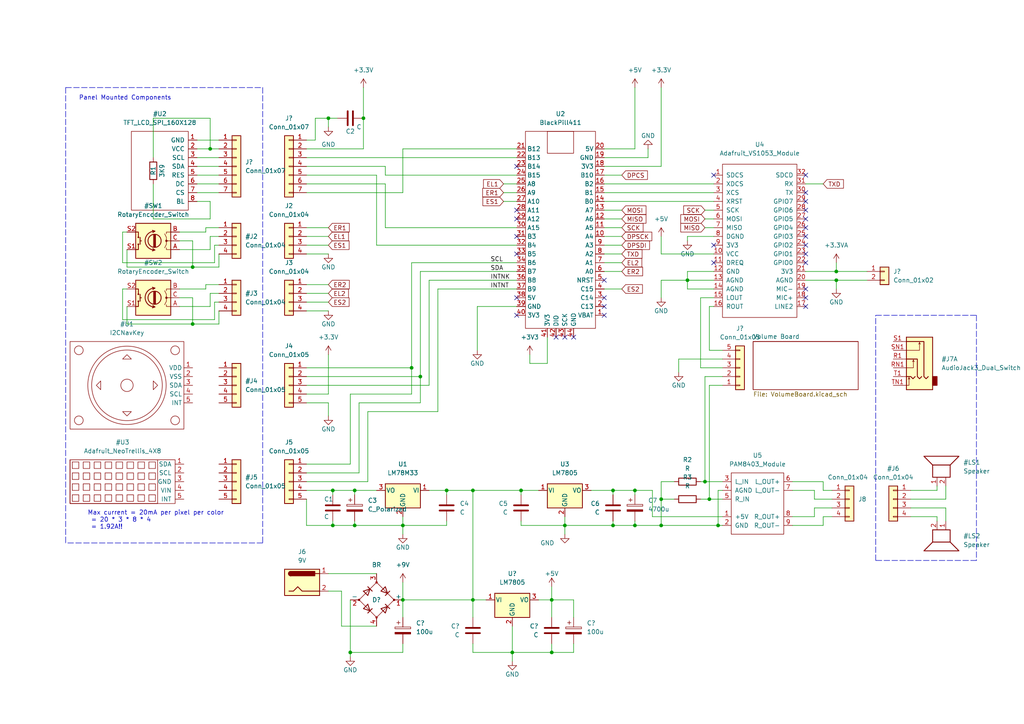
<source format=kicad_sch>
(kicad_sch (version 20211123) (generator eeschema)
  (paper "A4")
  (lib_symbols
    (symbol "Connector:AudioJack3_Dual_Switch"
      (property "Reference" "J" (at 0 11.43 0))
      (property "Value" "AudioJack3_Dual_Switch" (at 0 8.89 0))
      (symbol "AudioJack3_Dual_Switch_1_1"
        (pin passive line (at 5.08 0 180) (length 2.54) (name "~") (number "R1"))
        (pin passive line (at 5.08 -2.54 180) (length 2.54) (name "~") (number "RN1"))
        (pin passive line (at 5.08 5.08 180) (length 2.54) (name "~") (number "S1"))
        (pin passive line (at 5.08 2.54 180) (length 2.54) (name "~") (number "SN1"))
        (pin passive line (at 5.08 -5.08 180) (length 2.54) (name "~") (number "T1"))
        (pin passive line (at 5.08 -7.62 180) (length 2.54) (name "~") (number "TN1"))
      )
      (symbol "AudioJack3_Dual_Switch_2_1"
        (pin passive line (at 5.08 0 180) (length 2.54) (name "~") (number "R2"))
        (pin passive line (at 5.08 -2.54 180) (length 2.54) (name "~") (number "RN2"))
        (pin passive line (at 5.08 5.08 180) (length 2.54) (name "~") (number "S2"))
        (pin passive line (at 5.08 2.54 180) (length 2.54) (name "~") (number "SN2"))
        (pin passive line (at 5.08 -5.08 180) (length 2.54) (name "~") (number "T2"))
        (pin passive line (at 5.08 -7.62 180) (length 2.54) (name "~") (number "TN2"))
      )
    )
    (symbol "Connector:Barrel_Jack" (pin_names (offset 1.016))
      (property "Reference" "J" (at 0 5.334 0))
      (property "Value" "Barrel_Jack" (at 0 -5.08 0))
      (symbol "Barrel_Jack_1_1"
        (pin passive line (at 7.62 2.54 180) (length 2.54) (name "~") (number "1"))
        (pin passive line (at 7.62 -2.54 180) (length 2.54) (name "~") (number "2"))
      )
    )
    (symbol "Connector_Generic:Conn_01x02" (pin_names (offset 1.016) hide)
      (property "Reference" "J" (at 0 2.54 0))
      (property "Value" "Conn_01x02" (at 0 -5.08 0))
      (symbol "Conn_01x02_1_1"
        (pin passive line (at -5.08 0 0) (length 3.81) (name "Pin_1") (number "1"))
        (pin passive line (at -5.08 -2.54 0) (length 3.81) (name "Pin_2") (number "2"))
      )
    )
    (symbol "Connector_Generic:Conn_01x04" (pin_names (offset 1.016) hide)
      (property "Reference" "J" (at 0 5.08 0))
      (property "Value" "Conn_01x04" (at 0 -7.62 0))
      (symbol "Conn_01x04_1_1"
        (pin passive line (at -5.08 2.54 0) (length 3.81) (name "Pin_1") (number "1"))
        (pin passive line (at -5.08 0 0) (length 3.81) (name "Pin_2") (number "2"))
        (pin passive line (at -5.08 -2.54 0) (length 3.81) (name "Pin_3") (number "3"))
        (pin passive line (at -5.08 -5.08 0) (length 3.81) (name "Pin_4") (number "4"))
      )
    )
    (symbol "Connector_Generic:Conn_01x05" (pin_names (offset 1.016) hide)
      (property "Reference" "J" (at 0 7.62 0))
      (property "Value" "Conn_01x05" (at 0 -7.62 0))
      (symbol "Conn_01x05_1_1"
        (pin passive line (at -5.08 5.08 0) (length 3.81) (name "Pin_1") (number "1"))
        (pin passive line (at -5.08 2.54 0) (length 3.81) (name "Pin_2") (number "2"))
        (pin passive line (at -5.08 0 0) (length 3.81) (name "Pin_3") (number "3"))
        (pin passive line (at -5.08 -2.54 0) (length 3.81) (name "Pin_4") (number "4"))
        (pin passive line (at -5.08 -5.08 0) (length 3.81) (name "Pin_5") (number "5"))
      )
    )
    (symbol "Connector_Generic:Conn_01x07" (pin_names (offset 1.016) hide)
      (property "Reference" "J" (at 0 10.16 0))
      (property "Value" "Conn_01x07" (at 0 -10.16 0))
      (symbol "Conn_01x07_1_1"
        (pin passive line (at -5.08 7.62 0) (length 3.81) (name "Pin_1") (number "1"))
        (pin passive line (at -5.08 5.08 0) (length 3.81) (name "Pin_2") (number "2"))
        (pin passive line (at -5.08 2.54 0) (length 3.81) (name "Pin_3") (number "3"))
        (pin passive line (at -5.08 0 0) (length 3.81) (name "Pin_4") (number "4"))
        (pin passive line (at -5.08 -2.54 0) (length 3.81) (name "Pin_5") (number "5"))
        (pin passive line (at -5.08 -5.08 0) (length 3.81) (name "Pin_6") (number "6"))
        (pin passive line (at -5.08 -7.62 0) (length 3.81) (name "Pin_7") (number "7"))
      )
    )
    (symbol "Device:C" (pin_numbers hide) (pin_names (offset 0.254))
      (property "Reference" "C" (at 0.635 2.54 0))
      (property "Value" "C" (at 0.635 -2.54 0))
      (symbol "C_1_1"
        (pin passive line (at 0 3.81 270) (length 2.794) (name "~") (number "1"))
        (pin passive line (at 0 -3.81 90) (length 2.794) (name "~") (number "2"))
      )
    )
    (symbol "Device:C_Polarized" (pin_numbers hide) (pin_names (offset 0.254))
      (property "Reference" "C" (at 0.635 2.54 0))
      (property "Value" "C_Polarized" (at 0.635 -2.54 0))
      (symbol "C_Polarized_1_1"
        (pin passive line (at 0 3.81 270) (length 2.794) (name "~") (number "1"))
        (pin passive line (at 0 -3.81 90) (length 2.794) (name "~") (number "2"))
      )
    )
    (symbol "Device:D_Bridge_+-AA" (pin_names (offset 0))
      (property "Reference" "D" (at 2.54 6.985 0))
      (property "Value" "D_Bridge_+-AA" (at 2.54 5.08 0))
      (symbol "D_Bridge_+-AA_1_1"
        (pin passive line (at 7.62 0 180) (length 2.54) (name "+") (number "1"))
        (pin passive line (at -7.62 0 0) (length 2.54) (name "-") (number "2"))
        (pin passive line (at 0 7.62 270) (length 2.54) (name "~") (number "3"))
        (pin passive line (at 0 -7.62 90) (length 2.54) (name "~") (number "4"))
      )
    )
    (symbol "Device:R" (pin_numbers hide) (pin_names (offset 0))
      (property "Reference" "R" (at 2.032 0 90))
      (property "Value" "R" (at 0 0 90))
      (symbol "R_1_1"
        (pin passive line (at 0 3.81 270) (length 1.27) (name "~") (number "1"))
        (pin passive line (at 0 -3.81 90) (length 1.27) (name "~") (number "2"))
      )
    )
    (symbol "Device:RotaryEncoder_Switch" (pin_names (offset 0.254) hide)
      (property "Reference" "SW" (at 0 6.604 0))
      (property "Value" "RotaryEncoder_Switch" (at 0 -6.604 0))
      (symbol "RotaryEncoder_Switch_1_1"
        (pin passive line (at -7.62 2.54 0) (length 2.54) (name "A") (number "A"))
        (pin passive line (at -7.62 -2.54 0) (length 2.54) (name "B") (number "B"))
        (pin passive line (at -7.62 0 0) (length 2.54) (name "C") (number "C"))
        (pin passive line (at 7.62 2.54 180) (length 2.54) (name "S1") (number "S1"))
        (pin passive line (at 7.62 -2.54 180) (length 2.54) (name "S2") (number "S2"))
      )
    )
    (symbol "Device:Speaker" (pin_names (offset 0) hide)
      (property "Reference" "LS" (at 1.27 5.715 0))
      (property "Value" "Speaker" (at 1.27 3.81 0))
      (symbol "Speaker_1_1"
        (pin input line (at -5.08 0 0) (length 2.54) (name "1") (number "1"))
        (pin input line (at -5.08 -2.54 0) (length 2.54) (name "2") (number "2"))
      )
    )
    (symbol "Regulator_Linear:LM7805_TO220" (pin_names (offset 0.254))
      (property "Reference" "U" (at -3.81 3.175 0))
      (property "Value" "LM7805_TO220" (at 0 3.175 0))
      (symbol "LM7805_TO220_1_1"
        (pin power_in line (at -7.62 0 0) (length 2.54) (name "VI") (number "1"))
        (pin power_in line (at 0 -7.62 90) (length 2.54) (name "GND") (number "2"))
        (pin power_out line (at 7.62 0 180) (length 2.54) (name "VO") (number "3"))
      )
    )
    (symbol "UKMaker:Adafruit_NeoTrellis_4X8" (pin_names (offset 1.016))
      (property "Reference" "U" (at 0.635 10.16 0))
      (property "Value" "Adafruit_NeoTrellis_4X8" (at 1.27 7.62 0))
      (symbol "Adafruit_NeoTrellis_4X8_1_1"
        (pin input line (at -10.16 5.08 0) (length 2.54) (name "SDA") (number "1"))
        (pin input line (at -10.16 2.54 0) (length 2.54) (name "SCL") (number "2"))
        (pin power_in line (at -10.16 0 0) (length 2.54) (name "GND") (number "3"))
        (pin power_in line (at -10.16 -2.54 0) (length 2.54) (name "VIN") (number "4"))
        (pin output line (at -10.16 -5.08 0) (length 2.54) (name "INT") (number "5"))
      )
    )
    (symbol "UKMaker:Adafruit_VS1053_Module" (pin_names (offset 1.016))
      (property "Reference" "U" (at -0.635 0 0))
      (property "Value" "Adafruit_VS1053_Module" (at 0 24.13 0))
      (symbol "Adafruit_VS1053_Module_1_1"
        (pin input line (at 12.7 -19.05 180) (length 2.54) (name "SDCS") (number "1"))
        (pin power_in line (at 12.7 3.81 180) (length 2.54) (name "VCC") (number "10"))
        (pin output line (at 12.7 6.35 180) (length 2.54) (name "DREQ") (number "11"))
        (pin power_in line (at 12.7 8.89 180) (length 2.54) (name "GND") (number "12"))
        (pin power_in line (at 12.7 11.43 180) (length 2.54) (name "AGND") (number "13"))
        (pin power_in line (at 12.7 13.97 180) (length 2.54) (name "AGND") (number "14"))
        (pin output line (at 12.7 16.51 180) (length 2.54) (name "LOUT") (number "15"))
        (pin output line (at 12.7 19.05 180) (length 2.54) (name "ROUT") (number "16"))
        (pin input line (at -13.97 19.05 0) (length 2.54) (name "LINE2") (number "17"))
        (pin input line (at -13.97 16.51 0) (length 2.54) (name "MIC+") (number "18"))
        (pin input line (at -13.97 13.97 0) (length 2.54) (name "MIC-") (number "19"))
        (pin input line (at 12.7 -16.51 180) (length 2.54) (name "XDCS") (number "2"))
        (pin power_in line (at -13.97 11.43 0) (length 2.54) (name "AGND") (number "20"))
        (pin power_out line (at -13.97 8.89 0) (length 2.54) (name "3V3") (number "21"))
        (pin bidirectional line (at -13.97 6.35 0) (length 2.54) (name "GPIO0") (number "22"))
        (pin bidirectional line (at -13.97 3.81 0) (length 2.54) (name "GPIO1") (number "23"))
        (pin bidirectional line (at -13.97 1.27 0) (length 2.54) (name "GPIO2") (number "24"))
        (pin bidirectional line (at -13.97 -1.27 0) (length 2.54) (name "GPIO3") (number "25"))
        (pin bidirectional line (at -13.97 -3.81 0) (length 2.54) (name "GPIO4") (number "26"))
        (pin bidirectional line (at -13.97 -6.35 0) (length 2.54) (name "GPIO5") (number "27"))
        (pin bidirectional line (at -13.97 -8.89 0) (length 2.54) (name "GPIO6") (number "28"))
        (pin bidirectional line (at -13.97 -11.43 0) (length 2.54) (name "GPIO7") (number "29"))
        (pin input line (at 12.7 -13.97 180) (length 2.54) (name "XCS") (number "3"))
        (pin output line (at -13.97 -13.97 0) (length 2.54) (name "TX") (number "30"))
        (pin input line (at -13.97 -16.51 0) (length 2.54) (name "RX") (number "31"))
        (pin input line (at -13.97 -19.05 0) (length 2.54) (name "SDCD") (number "32"))
        (pin input line (at 12.7 -11.43 180) (length 2.54) (name "XRST") (number "4"))
        (pin input line (at 12.7 -8.89 180) (length 2.54) (name "SCK") (number "5"))
        (pin input line (at 12.7 -6.35 180) (length 2.54) (name "MOSI") (number "6"))
        (pin output line (at 12.7 -3.81 180) (length 2.54) (name "MISO") (number "7"))
        (pin power_in line (at 12.7 -1.27 180) (length 2.54) (name "DGND") (number "8"))
        (pin power_in line (at 12.7 1.27 180) (length 2.54) (name "3V3") (number "9"))
      )
    )
    (symbol "UKMaker:BlackPill411"
      (property "Reference" "U5" (at 0 36.83 0))
      (property "Value" "BlackPill411" (at 0 34.29 0))
      (symbol "BlackPill411_1_1"
        (pin bidirectional line (at 12.7 -21.59 180) (length 2.54) (name "VBAT") (number "1"))
        (pin bidirectional line (at 12.7 1.27 180) (length 2.54) (name "A4") (number "10"))
        (pin bidirectional line (at 12.7 3.81 180) (length 2.54) (name "A5") (number "11"))
        (pin bidirectional line (at 12.7 6.35 180) (length 2.54) (name "A6") (number "12"))
        (pin bidirectional line (at 12.7 8.89 180) (length 2.54) (name "A7") (number "13"))
        (pin bidirectional line (at 12.7 11.43 180) (length 2.54) (name "B0") (number "14"))
        (pin bidirectional line (at 12.7 13.97 180) (length 2.54) (name "B1") (number "15"))
        (pin bidirectional line (at 12.7 16.51 180) (length 2.54) (name "B2") (number "16"))
        (pin bidirectional line (at 12.7 19.05 180) (length 2.54) (name "B10") (number "17"))
        (pin power_in line (at 12.7 21.59 180) (length 2.54) (name "3V3") (number "18"))
        (pin power_in line (at 12.7 24.13 180) (length 2.54) (name "GND") (number "19"))
        (pin bidirectional line (at 12.7 -19.05 180) (length 2.54) (name "C13") (number "2"))
        (pin power_in line (at 12.7 26.67 180) (length 2.54) (name "5V") (number "20"))
        (pin bidirectional line (at -12.7 26.67 0) (length 2.54) (name "B12") (number "21"))
        (pin bidirectional line (at -12.7 24.13 0) (length 2.54) (name "B13") (number "22"))
        (pin bidirectional line (at -12.7 21.59 0) (length 2.54) (name "B14") (number "23"))
        (pin bidirectional line (at -12.7 19.05 0) (length 2.54) (name "B15") (number "24"))
        (pin bidirectional line (at -12.7 16.51 0) (length 2.54) (name "A8") (number "25"))
        (pin bidirectional line (at -12.7 13.97 0) (length 2.54) (name "A9") (number "26"))
        (pin bidirectional line (at -12.7 11.43 0) (length 2.54) (name "A10") (number "27"))
        (pin bidirectional line (at -12.7 8.89 0) (length 2.54) (name "A11") (number "28"))
        (pin bidirectional line (at -12.7 6.35 0) (length 2.54) (name "A12") (number "29"))
        (pin bidirectional line (at 12.7 -16.51 180) (length 2.54) (name "C14") (number "3"))
        (pin bidirectional line (at -12.7 3.81 0) (length 2.54) (name "A15") (number "30"))
        (pin bidirectional line (at -12.7 1.27 0) (length 2.54) (name "B3") (number "31"))
        (pin bidirectional line (at -12.7 -1.27 0) (length 2.54) (name "B4") (number "32"))
        (pin bidirectional line (at -12.7 -3.81 0) (length 2.54) (name "B5") (number "33"))
        (pin bidirectional line (at -12.7 -6.35 0) (length 2.54) (name "B6") (number "34"))
        (pin bidirectional line (at -12.7 -8.89 0) (length 2.54) (name "B7") (number "35"))
        (pin bidirectional line (at -12.7 -11.43 0) (length 2.54) (name "B8") (number "36"))
        (pin bidirectional line (at -12.7 -13.97 0) (length 2.54) (name "B9") (number "37"))
        (pin power_in line (at -12.7 -16.51 0) (length 2.54) (name "5V") (number "38"))
        (pin power_in line (at -12.7 -19.05 0) (length 2.54) (name "GND") (number "39"))
        (pin bidirectional line (at 12.7 -13.97 180) (length 2.54) (name "C15") (number "4"))
        (pin power_in line (at -12.7 -21.59 0) (length 2.54) (name "3V3") (number "40"))
        (pin power_in line (at -3.81 -27.94 90) (length 2.54) (name "3V3") (number "41"))
        (pin bidirectional line (at -1.27 -27.94 90) (length 2.54) (name "DIO") (number "42"))
        (pin bidirectional line (at 1.27 -27.94 90) (length 2.54) (name "SCK") (number "43"))
        (pin power_in line (at 3.81 -27.94 90) (length 2.54) (name "GND") (number "44"))
        (pin bidirectional line (at 12.7 -11.43 180) (length 2.54) (name "NRST") (number "5"))
        (pin bidirectional line (at 12.7 -8.89 180) (length 2.54) (name "A0") (number "6"))
        (pin bidirectional line (at 12.7 -6.35 180) (length 2.54) (name "A1") (number "7"))
        (pin bidirectional line (at 12.7 -3.81 180) (length 2.54) (name "A2") (number "8"))
        (pin bidirectional line (at 12.7 -1.27 180) (length 2.54) (name "A3") (number "9"))
      )
    )
    (symbol "UKMaker:I2CNavKey"
      (property "Reference" "U" (at 0 5.08 0))
      (property "Value" "I2CNavKey" (at 0 -5.08 0))
      (symbol "I2CNavKey_1_1"
        (pin power_in line (at -19.05 -5.08 0) (length 2.54) (name "VDD") (number "1"))
        (pin power_in line (at -19.05 -2.54 0) (length 2.54) (name "VSS") (number "2"))
        (pin bidirectional line (at -19.05 0 0) (length 2.54) (name "SDA") (number "3"))
        (pin input line (at -19.05 2.54 0) (length 2.54) (name "SCL") (number "4"))
        (pin output line (at -19.05 5.08 0) (length 2.54) (name "INT") (number "5"))
      )
    )
    (symbol "UKMaker:PAM8403_Module" (pin_names (offset 1.016))
      (property "Reference" "U?" (at 0 13.97 0))
      (property "Value" "PAM8403_Module" (at 0 11.43 0))
      (symbol "PAM8403_Module_1_1"
        (pin power_in line (at -10.16 -3.81 0) (length 2.54) (name "+5V") (number "1"))
        (pin power_in line (at -10.16 -6.35 0) (length 2.54) (name "GND") (number "2"))
        (pin input line (at -10.16 6.35 0) (length 2.54) (name "L_IN") (number "3"))
        (pin input line (at -10.16 3.81 0) (length 2.54) (name "AGND") (number "4"))
        (pin input line (at -10.16 1.27 0) (length 2.54) (name "R_IN") (number "5"))
        (pin output line (at 10.16 6.35 180) (length 2.54) (name "L_OUT+") (number "6"))
        (pin output line (at 10.16 3.81 180) (length 2.54) (name "L_OUT-") (number "7"))
        (pin output line (at 10.16 -3.81 180) (length 2.54) (name "R_OUT+") (number "8"))
        (pin output line (at 10.16 -6.35 180) (length 2.54) (name "R_OUT-") (number "9"))
      )
    )
    (symbol "UKMaker:TFT_LCD_SPI_160X128" (pin_names (offset 1.016))
      (property "Reference" "U" (at 0 0 0))
      (property "Value" "TFT_LCD_SPI_160X128" (at 0.635 12.7 0))
      (symbol "TFT_LCD_SPI_160X128_1_1"
        (pin power_in line (at -11.43 -8.89 0) (length 2.54) (name "GND") (number "1"))
        (pin power_in line (at -11.43 -6.35 0) (length 2.54) (name "VCC") (number "2"))
        (pin input line (at -11.43 -3.81 0) (length 2.54) (name "SCL") (number "3"))
        (pin input line (at -11.43 -1.27 0) (length 2.54) (name "SDA") (number "4"))
        (pin input line (at -11.43 1.27 0) (length 2.54) (name "RES") (number "5"))
        (pin input line (at -11.43 3.81 0) (length 2.54) (name "DC") (number "6"))
        (pin input line (at -11.43 6.35 0) (length 2.54) (name "CS") (number "7"))
        (pin input line (at -11.43 8.89 0) (length 2.54) (name "BL") (number "8"))
      )
    )
    (symbol "power:+3.3V" (power) (pin_names (offset 0))
      (property "Value" "+3.3V" (at 0 3.556 0))
      (symbol "+3.3V_1_1"
        (pin power_in line (at 0 0 90) (length 0) hide (name "+3.3V") (number "1"))
      )
    )
    (symbol "power:+3.3VA" (power) (pin_names (offset 0))
      (property "Value" "+3.3VA" (at 0 3.556 0))
      (symbol "+3.3VA_1_1"
        (pin power_in line (at 0 0 90) (length 0) hide (name "+3.3VA") (number "1"))
      )
    )
    (symbol "power:+3V3" (power) (pin_names (offset 0))
      (property "Value" "+3V3" (at 0 3.556 0))
      (symbol "+3V3_1_1"
        (pin power_in line (at 0 0 90) (length 0) hide (name "+3V3") (number "1"))
      )
    )
    (symbol "power:+5V" (power) (pin_names (offset 0))
      (property "Value" "+5V" (at 0 3.556 0))
      (symbol "+5V_1_1"
        (pin power_in line (at 0 0 90) (length 0) hide (name "+5V") (number "1"))
      )
    )
    (symbol "power:+9V" (power) (pin_names (offset 0))
      (property "Value" "+9V" (at 0 3.556 0))
      (symbol "+9V_1_1"
        (pin power_in line (at 0 0 90) (length 0) hide (name "+9V") (number "1"))
      )
    )
    (symbol "power:GND" (power) (pin_names (offset 0))
      (property "Value" "GND" (at 0 -3.81 0))
      (symbol "GND_1_1"
        (pin power_in line (at 0 0 270) (length 0) hide (name "GND") (number "1"))
      )
    )
  )
  (junction (at 102.87 142.24))
  (junction (at 119.38 106.68))
  (junction (at 191.77 152.4))
  (junction (at 177.8 142.24))
  (junction (at 205.74 144.78))
  (junction (at 160.02 189.23))
  (junction (at 116.84 173.99))
  (junction (at 184.15 152.4))
  (junction (at 184.15 142.24))
  (junction (at 242.57 81.28))
  (junction (at 129.54 142.24))
  (junction (at 55.88 77.47))
  (junction (at 148.59 189.23))
  (junction (at 105.41 34.29))
  (junction (at 96.52 142.24))
  (junction (at 55.88 93.98))
  (junction (at 96.52 152.4))
  (junction (at 60.96 43.18))
  (junction (at 208.28 152.4))
  (junction (at 160.02 173.99))
  (junction (at 163.83 152.4))
  (junction (at 191.77 144.78))
  (junction (at 101.6 189.23))
  (junction (at 204.47 139.7))
  (junction (at 137.16 142.24))
  (junction (at 121.92 109.22))
  (junction (at 199.39 81.28))
  (junction (at 116.84 152.4))
  (junction (at 95.25 34.29))
  (junction (at 242.57 78.74))
  (junction (at 151.13 142.24))
  (junction (at 102.87 152.4))
  (junction (at 177.8 152.4))
  (junction (at 137.16 173.99))
  (no_connect (at 233.68 71.12))
  (no_connect (at 233.68 60.96))
  (no_connect (at 149.86 86.36))
  (no_connect (at 149.86 91.44))
  (no_connect (at 163.83 97.79))
  (no_connect (at 166.37 97.79))
  (no_connect (at 161.29 97.79))
  (no_connect (at 149.86 48.26))
  (no_connect (at 149.86 60.96))
  (no_connect (at 149.86 73.66))
  (no_connect (at 149.86 63.5))
  (no_connect (at 149.86 68.58))
  (no_connect (at 175.26 88.9))
  (no_connect (at 175.26 86.36))
  (no_connect (at 175.26 81.28))
  (no_connect (at 175.26 91.44))
  (no_connect (at 233.68 63.5))
  (no_connect (at 233.68 73.66))
  (no_connect (at 233.68 68.58))
  (no_connect (at 233.68 76.2))
  (no_connect (at 233.68 58.42))
  (no_connect (at 233.68 55.88))
  (no_connect (at 233.68 50.8))
  (no_connect (at 207.01 76.2))
  (no_connect (at 207.01 71.12))
  (no_connect (at 233.68 66.04))
  (no_connect (at 233.68 86.36))
  (no_connect (at 233.68 83.82))
  (no_connect (at 233.68 88.9))
  (no_connect (at 207.01 50.8))
  (wire (pts (xy 116.84 173.99) (xy 116.84 179.07)))
  (wire (pts (xy 95.25 34.29) (xy 95.25 36.83)))
  (wire (pts (xy 63.5 93.98) (xy 63.5 90.17)))
  (wire (pts (xy 88.9 90.17) (xy 95.25 90.17)))
  (wire (pts (xy 229.87 152.4) (xy 238.76 152.4)))
  (wire (pts (xy 116.84 186.69) (xy 116.84 189.23)))
  (wire (pts (xy 60.96 43.18) (xy 63.5 43.18)))
  (wire (pts (xy 148.59 189.23) (xy 148.59 191.77)))
  (wire (pts (xy 238.76 152.4) (xy 238.76 149.86)))
  (wire (pts (xy 175.26 60.96) (xy 180.34 60.96)))
  (wire (pts (xy 59.69 67.31) (xy 59.69 66.04)))
  (wire (pts (xy 52.07 69.85) (xy 55.88 69.85)))
  (wire (pts (xy 95.25 166.37) (xy 109.22 166.37)))
  (wire (pts (xy 177.8 152.4) (xy 184.15 152.4)))
  (wire (pts (xy 52.07 67.31) (xy 59.69 67.31)))
  (wire (pts (xy 101.6 114.3) (xy 119.38 114.3)))
  (wire (pts (xy 236.22 142.24) (xy 236.22 144.78)))
  (wire (pts (xy 35.56 92.71) (xy 62.23 92.71)))
  (wire (pts (xy 96.52 152.4) (xy 88.9 152.4)))
  (wire (pts (xy 199.39 78.74) (xy 199.39 81.28)))
  (wire (pts (xy 104.14 116.84) (xy 121.92 116.84)))
  (wire (pts (xy 62.23 92.71) (xy 62.23 87.63)))
  (wire (pts (xy 207.01 88.9) (xy 205.74 88.9)))
  (wire (pts (xy 60.96 34.29) (xy 44.45 34.29)))
  (wire (pts (xy 151.13 152.4) (xy 151.13 151.13)))
  (wire (pts (xy 160.02 186.69) (xy 160.02 189.23)))
  (wire (pts (xy 205.74 144.78) (xy 205.74 111.76)))
  (wire (pts (xy 160.02 189.23) (xy 166.37 189.23)))
  (wire (pts (xy 121.92 116.84) (xy 121.92 109.22)))
  (wire (pts (xy 184.15 152.4) (xy 191.77 152.4)))
  (wire (pts (xy 57.15 53.34) (xy 63.5 53.34)))
  (wire (pts (xy 264.16 144.78) (xy 274.32 144.78)))
  (wire (pts (xy 236.22 147.32) (xy 241.3 147.32)))
  (wire (pts (xy 44.45 34.29) (xy 44.45 45.72)))
  (wire (pts (xy 207.01 86.36) (xy 203.2 86.36)))
  (wire (pts (xy 137.16 142.24) (xy 137.16 173.99)))
  (wire (pts (xy 106.68 139.7) (xy 106.68 119.38)))
  (wire (pts (xy 191.77 68.58) (xy 191.77 73.66)))
  (wire (pts (xy 57.15 58.42) (xy 60.96 58.42)))
  (wire (pts (xy 116.84 55.88) (xy 116.84 43.18)))
  (wire (pts (xy 199.39 81.28) (xy 207.01 81.28)))
  (wire (pts (xy 101.6 134.62) (xy 101.6 114.3)))
  (wire (pts (xy 88.9 40.64) (xy 91.44 40.64)))
  (wire (pts (xy 175.26 48.26) (xy 191.77 48.26)))
  (wire (pts (xy 57.15 55.88) (xy 63.5 55.88)))
  (wire (pts (xy 88.9 85.09) (xy 95.25 85.09)))
  (wire (pts (xy 116.84 152.4) (xy 116.84 154.94)))
  (wire (pts (xy 264.16 149.86) (xy 271.78 149.86)))
  (wire (pts (xy 205.74 144.78) (xy 209.55 144.78)))
  (wire (pts (xy 233.68 53.34) (xy 238.76 53.34)))
  (wire (pts (xy 109.22 71.12) (xy 109.22 50.8)))
  (wire (pts (xy 55.88 86.36) (xy 55.88 93.98)))
  (wire (pts (xy 199.39 81.28) (xy 199.39 83.82)))
  (wire (pts (xy 146.05 58.42) (xy 149.86 58.42)))
  (wire (pts (xy 137.16 186.69) (xy 137.16 189.23)))
  (wire (pts (xy 111.76 53.34) (xy 88.9 53.34)))
  (wire (pts (xy 166.37 186.69) (xy 166.37 189.23)))
  (wire (pts (xy 62.23 76.2) (xy 62.23 71.12)))
  (wire (pts (xy 119.38 114.3) (xy 119.38 106.68)))
  (wire (pts (xy 129.54 142.24) (xy 137.16 142.24)))
  (wire (pts (xy 229.87 149.86) (xy 236.22 149.86)))
  (wire (pts (xy 121.92 78.74) (xy 149.86 78.74)))
  (polyline (pts (xy 19.05 25.4) (xy 76.2 25.4)))
  (wire (pts (xy 91.44 40.64) (xy 91.44 34.29)))
  (wire (pts (xy 148.59 189.23) (xy 160.02 189.23)))
  (wire (pts (xy 55.88 69.85) (xy 55.88 77.47)))
  (wire (pts (xy 59.69 83.82) (xy 59.69 82.55)))
  (wire (pts (xy 148.59 181.61) (xy 148.59 189.23)))
  (wire (pts (xy 175.26 78.74) (xy 180.34 78.74)))
  (wire (pts (xy 104.14 137.16) (xy 104.14 116.84)))
  (polyline (pts (xy 19.05 25.4) (xy 19.05 157.48)))
  (wire (pts (xy 199.39 83.82) (xy 207.01 83.82)))
  (wire (pts (xy 184.15 142.24) (xy 184.15 143.51)))
  (wire (pts (xy 138.43 101.6) (xy 138.43 88.9)))
  (wire (pts (xy 149.86 66.04) (xy 111.76 66.04)))
  (wire (pts (xy 96.52 142.24) (xy 96.52 143.51)))
  (wire (pts (xy 151.13 142.24) (xy 151.13 143.51)))
  (wire (pts (xy 55.88 93.98) (xy 63.5 93.98)))
  (wire (pts (xy 95.25 116.84) (xy 95.25 120.65)))
  (wire (pts (xy 60.96 34.29) (xy 60.96 43.18)))
  (wire (pts (xy 88.9 82.55) (xy 95.25 82.55)))
  (wire (pts (xy 137.16 189.23) (xy 148.59 189.23)))
  (wire (pts (xy 163.83 152.4) (xy 163.83 154.94)))
  (wire (pts (xy 96.52 151.13) (xy 96.52 152.4)))
  (wire (pts (xy 88.9 73.66) (xy 95.25 73.66)))
  (wire (pts (xy 101.6 189.23) (xy 101.6 190.5)))
  (wire (pts (xy 88.9 134.62) (xy 101.6 134.62)))
  (wire (pts (xy 102.87 152.4) (xy 96.52 152.4)))
  (wire (pts (xy 36.83 67.31) (xy 35.56 67.31)))
  (wire (pts (xy 163.83 149.86) (xy 163.83 152.4)))
  (wire (pts (xy 236.22 144.78) (xy 241.3 144.78)))
  (wire (pts (xy 264.16 142.24) (xy 271.78 142.24)))
  (wire (pts (xy 238.76 142.24) (xy 241.3 142.24)))
  (wire (pts (xy 121.92 109.22) (xy 121.92 78.74)))
  (wire (pts (xy 177.8 142.24) (xy 177.8 143.51)))
  (wire (pts (xy 102.87 142.24) (xy 102.87 143.51)))
  (wire (pts (xy 57.15 43.18) (xy 60.96 43.18)))
  (wire (pts (xy 35.56 76.2) (xy 62.23 76.2)))
  (wire (pts (xy 204.47 63.5) (xy 207.01 63.5)))
  (wire (pts (xy 137.16 142.24) (xy 151.13 142.24)))
  (wire (pts (xy 57.15 40.64) (xy 63.5 40.64)))
  (wire (pts (xy 62.23 71.12) (xy 63.5 71.12)))
  (wire (pts (xy 160.02 173.99) (xy 160.02 179.07)))
  (wire (pts (xy 175.26 73.66) (xy 180.34 73.66)))
  (wire (pts (xy 209.55 152.4) (xy 208.28 152.4)))
  (wire (pts (xy 119.38 106.68) (xy 119.38 76.2)))
  (wire (pts (xy 209.55 149.86) (xy 189.23 149.86)))
  (wire (pts (xy 105.41 34.29) (xy 105.41 43.18)))
  (wire (pts (xy 119.38 76.2) (xy 149.86 76.2)))
  (wire (pts (xy 196.85 104.14) (xy 196.85 107.95)))
  (wire (pts (xy 209.55 142.24) (xy 208.28 142.24)))
  (wire (pts (xy 207.01 78.74) (xy 199.39 78.74)))
  (wire (pts (xy 209.55 101.6) (xy 205.74 101.6)))
  (wire (pts (xy 116.84 173.99) (xy 137.16 173.99)))
  (wire (pts (xy 274.32 147.32) (xy 274.32 151.13)))
  (wire (pts (xy 207.01 73.66) (xy 191.77 73.66)))
  (wire (pts (xy 88.9 68.58) (xy 95.25 68.58)))
  (polyline (pts (xy 254 162.56) (xy 254 91.44)))
  (wire (pts (xy 209.55 104.14) (xy 196.85 104.14)))
  (wire (pts (xy 137.16 173.99) (xy 137.16 179.07)))
  (wire (pts (xy 177.8 142.24) (xy 184.15 142.24)))
  (wire (pts (xy 177.8 142.24) (xy 171.45 142.24)))
  (wire (pts (xy 191.77 139.7) (xy 191.77 144.78)))
  (wire (pts (xy 149.86 71.12) (xy 109.22 71.12)))
  (wire (pts (xy 116.84 152.4) (xy 102.87 152.4)))
  (wire (pts (xy 191.77 144.78) (xy 191.77 152.4)))
  (wire (pts (xy 105.41 25.4) (xy 105.41 34.29)))
  (wire (pts (xy 60.96 68.58) (xy 63.5 68.58)))
  (wire (pts (xy 88.9 137.16) (xy 104.14 137.16)))
  (wire (pts (xy 52.07 88.9) (xy 60.96 88.9)))
  (wire (pts (xy 187.96 45.72) (xy 187.96 43.18)))
  (wire (pts (xy 88.9 43.18) (xy 105.41 43.18)))
  (wire (pts (xy 101.6 173.99) (xy 101.6 189.23)))
  (wire (pts (xy 127 83.82) (xy 149.86 83.82)))
  (wire (pts (xy 116.84 168.91) (xy 116.84 173.99)))
  (wire (pts (xy 264.16 147.32) (xy 274.32 147.32)))
  (wire (pts (xy 99.06 181.61) (xy 109.22 181.61)))
  (wire (pts (xy 204.47 109.22) (xy 209.55 109.22)))
  (wire (pts (xy 204.47 139.7) (xy 204.47 109.22)))
  (wire (pts (xy 95.25 34.29) (xy 97.79 34.29)))
  (wire (pts (xy 146.05 53.34) (xy 149.86 53.34)))
  (wire (pts (xy 242.57 78.74) (xy 242.57 76.2)))
  (wire (pts (xy 160.02 173.99) (xy 166.37 173.99)))
  (wire (pts (xy 153.67 102.87) (xy 153.67 105.41)))
  (wire (pts (xy 199.39 68.58) (xy 199.39 69.85)))
  (wire (pts (xy 175.26 76.2) (xy 180.34 76.2)))
  (wire (pts (xy 111.76 48.26) (xy 111.76 50.8)))
  (wire (pts (xy 156.21 142.24) (xy 151.13 142.24)))
  (wire (pts (xy 204.47 139.7) (xy 209.55 139.7)))
  (wire (pts (xy 60.96 88.9) (xy 60.96 85.09)))
  (wire (pts (xy 175.26 55.88) (xy 207.01 55.88)))
  (wire (pts (xy 166.37 173.99) (xy 166.37 179.07)))
  (polyline (pts (xy 283.21 162.56) (xy 254 162.56)))
  (wire (pts (xy 175.26 66.04) (xy 180.34 66.04)))
  (wire (pts (xy 60.96 85.09) (xy 63.5 85.09)))
  (wire (pts (xy 62.23 87.63) (xy 63.5 87.63)))
  (wire (pts (xy 175.26 58.42) (xy 207.01 58.42)))
  (wire (pts (xy 204.47 60.96) (xy 207.01 60.96)))
  (wire (pts (xy 88.9 152.4) (xy 88.9 144.78)))
  (wire (pts (xy 191.77 144.78) (xy 195.58 144.78)))
  (wire (pts (xy 184.15 152.4) (xy 184.15 151.13)))
  (wire (pts (xy 44.45 63.5) (xy 60.96 63.5)))
  (wire (pts (xy 203.2 139.7) (xy 204.47 139.7)))
  (wire (pts (xy 57.15 48.26) (xy 63.5 48.26)))
  (wire (pts (xy 175.26 83.82) (xy 180.34 83.82)))
  (wire (pts (xy 88.9 106.68) (xy 119.38 106.68)))
  (wire (pts (xy 153.67 105.41) (xy 158.75 105.41)))
  (wire (pts (xy 36.83 93.98) (xy 55.88 93.98)))
  (wire (pts (xy 106.68 119.38) (xy 127 119.38)))
  (wire (pts (xy 88.9 66.04) (xy 95.25 66.04)))
  (wire (pts (xy 124.46 142.24) (xy 129.54 142.24)))
  (wire (pts (xy 36.83 83.82) (xy 35.56 83.82)))
  (wire (pts (xy 199.39 81.28) (xy 191.77 81.28)))
  (wire (pts (xy 88.9 48.26) (xy 111.76 48.26)))
  (wire (pts (xy 189.23 142.24) (xy 184.15 142.24)))
  (wire (pts (xy 88.9 114.3) (xy 95.25 114.3)))
  (wire (pts (xy 88.9 142.24) (xy 96.52 142.24)))
  (wire (pts (xy 88.9 55.88) (xy 116.84 55.88)))
  (wire (pts (xy 124.46 81.28) (xy 149.86 81.28)))
  (wire (pts (xy 175.26 43.18) (xy 184.15 43.18)))
  (wire (pts (xy 191.77 152.4) (xy 208.28 152.4)))
  (wire (pts (xy 96.52 142.24) (xy 102.87 142.24)))
  (wire (pts (xy 191.77 81.28) (xy 191.77 86.36)))
  (wire (pts (xy 271.78 142.24) (xy 271.78 140.97)))
  (wire (pts (xy 160.02 173.99) (xy 156.21 173.99)))
  (wire (pts (xy 57.15 50.8) (xy 63.5 50.8)))
  (wire (pts (xy 238.76 139.7) (xy 238.76 142.24)))
  (wire (pts (xy 233.68 81.28) (xy 242.57 81.28)))
  (wire (pts (xy 177.8 151.13) (xy 177.8 152.4)))
  (wire (pts (xy 146.05 55.88) (xy 149.86 55.88)))
  (wire (pts (xy 36.83 77.47) (xy 55.88 77.47)))
  (wire (pts (xy 88.9 71.12) (xy 95.25 71.12)))
  (wire (pts (xy 102.87 151.13) (xy 102.87 152.4)))
  (wire (pts (xy 60.96 72.39) (xy 60.96 68.58)))
  (wire (pts (xy 160.02 170.18) (xy 160.02 173.99)))
  (wire (pts (xy 44.45 53.34) (xy 44.45 63.5)))
  (wire (pts (xy 116.84 152.4) (xy 129.54 152.4)))
  (wire (pts (xy 140.97 173.99) (xy 137.16 173.99)))
  (wire (pts (xy 129.54 142.24) (xy 129.54 143.51)))
  (wire (pts (xy 191.77 25.4) (xy 191.77 48.26)))
  (wire (pts (xy 129.54 152.4) (xy 129.54 151.13)))
  (wire (pts (xy 88.9 45.72) (xy 149.86 45.72)))
  (polyline (pts (xy 76.2 157.48) (xy 19.05 157.48)))
  (wire (pts (xy 229.87 139.7) (xy 238.76 139.7)))
  (wire (pts (xy 35.56 67.31) (xy 35.56 76.2)))
  (wire (pts (xy 175.26 68.58) (xy 180.34 68.58)))
  (wire (pts (xy 36.83 72.39) (xy 36.83 77.47)))
  (wire (pts (xy 175.26 45.72) (xy 187.96 45.72)))
  (wire (pts (xy 111.76 50.8) (xy 149.86 50.8)))
  (wire (pts (xy 158.75 97.79) (xy 158.75 105.41)))
  (wire (pts (xy 111.76 66.04) (xy 111.76 53.34)))
  (wire (pts (xy 203.2 144.78) (xy 205.74 144.78)))
  (wire (pts (xy 207.01 68.58) (xy 199.39 68.58)))
  (wire (pts (xy 274.32 144.78) (xy 274.32 140.97)))
  (wire (pts (xy 184.15 25.4) (xy 184.15 43.18)))
  (wire (pts (xy 88.9 109.22) (xy 121.92 109.22)))
  (wire (pts (xy 195.58 139.7) (xy 191.77 139.7)))
  (wire (pts (xy 116.84 189.23) (xy 101.6 189.23)))
  (wire (pts (xy 163.83 152.4) (xy 151.13 152.4)))
  (wire (pts (xy 189.23 149.86) (xy 189.23 142.24)))
  (wire (pts (xy 236.22 149.86) (xy 236.22 147.32)))
  (wire (pts (xy 204.47 66.04) (xy 207.01 66.04)))
  (wire (pts (xy 203.2 106.68) (xy 203.2 86.36)))
  (polyline (pts (xy 283.21 91.44) (xy 283.21 162.56)))
  (wire (pts (xy 88.9 111.76) (xy 124.46 111.76)))
  (wire (pts (xy 208.28 142.24) (xy 208.28 152.4)))
  (wire (pts (xy 36.83 88.9) (xy 36.83 93.98)))
  (wire (pts (xy 205.74 111.76) (xy 209.55 111.76)))
  (wire (pts (xy 233.68 78.74) (xy 242.57 78.74)))
  (wire (pts (xy 205.74 101.6) (xy 205.74 88.9)))
  (wire (pts (xy 242.57 78.74) (xy 251.46 78.74)))
  (wire (pts (xy 116.84 43.18) (xy 149.86 43.18)))
  (wire (pts (xy 95.25 114.3) (xy 95.25 102.87)))
  (wire (pts (xy 238.76 149.86) (xy 241.3 149.86)))
  (wire (pts (xy 88.9 87.63) (xy 95.25 87.63)))
  (wire (pts (xy 163.83 152.4) (xy 177.8 152.4)))
  (wire (pts (xy 175.26 53.34) (xy 207.01 53.34)))
  (wire (pts (xy 63.5 77.47) (xy 63.5 73.66)))
  (wire (pts (xy 109.22 50.8) (xy 88.9 50.8)))
  (wire (pts (xy 242.57 81.28) (xy 242.57 83.82)))
  (wire (pts (xy 102.87 142.24) (xy 109.22 142.24)))
  (wire (pts (xy 88.9 139.7) (xy 106.68 139.7)))
  (wire (pts (xy 91.44 34.29) (xy 95.25 34.29)))
  (wire (pts (xy 124.46 111.76) (xy 124.46 81.28)))
  (wire (pts (xy 99.06 171.45) (xy 99.06 181.61)))
  (wire (pts (xy 59.69 82.55) (xy 63.5 82.55)))
  (wire (pts (xy 57.15 45.72) (xy 63.5 45.72)))
  (wire (pts (xy 175.26 71.12) (xy 180.34 71.12)))
  (wire (pts (xy 52.07 86.36) (xy 55.88 86.36)))
  (wire (pts (xy 138.43 88.9) (xy 149.86 88.9)))
  (wire (pts (xy 95.25 171.45) (xy 99.06 171.45)))
  (wire (pts (xy 59.69 66.04) (xy 63.5 66.04)))
  (wire (pts (xy 175.26 63.5) (xy 180.34 63.5)))
  (wire (pts (xy 88.9 116.84) (xy 95.25 116.84)))
  (wire (pts (xy 271.78 149.86) (xy 271.78 151.13)))
  (wire (pts (xy 209.55 106.68) (xy 203.2 106.68)))
  (wire (pts (xy 127 119.38) (xy 127 83.82)))
  (wire (pts (xy 175.26 50.8) (xy 180.34 50.8)))
  (wire (pts (xy 55.88 77.47) (xy 63.5 77.47)))
  (wire (pts (xy 229.87 142.24) (xy 236.22 142.24)))
  (wire (pts (xy 35.56 83.82) (xy 35.56 92.71)))
  (wire (pts (xy 242.57 81.28) (xy 251.46 81.28)))
  (polyline (pts (xy 76.2 25.4) (xy 76.2 157.48)))
  (wire (pts (xy 116.84 149.86) (xy 116.84 152.4)))
  (polyline (pts (xy 254 91.44) (xy 283.21 91.44)))
  (wire (pts (xy 52.07 83.82) (xy 59.69 83.82)))
  (wire (pts (xy 60.96 63.5) (xy 60.96 58.42)))
  (wire (pts (xy 52.07 72.39) (xy 60.96 72.39)))
  (text "Max current = 20mA per pixel per color\n = 20 * 3 * 8 * 4\n = 1.92A!!" (at 25.4 153.67 0) (effects (font (size 1.27 1.27)) (justify left bottom)))
  (text "Panel Mounted Components" (at 22.86 29.21 0) (effects (font (size 1.27 1.27)) (justify left bottom)))
  (label "SDA" (at 142.24 78.74 0))
  (label "INTNK" (at 142.24 81.28 0))
  (label "INTNT" (at 142.24 83.82 0))
  (label "SCL" (at 142.24 76.2 0))
  (global_label "ES1" (shape input) (at 95.25 71.12 0) (property "Intersheet References" "${INTERSHEET_REFS}" (effects hide)))
  (global_label "MOSI" (shape input) (at 204.47 63.5 180) (property "Intersheet References" "${INTERSHEET_REFS}" (effects hide)))
  (global_label "MISO" (shape input) (at 180.34 63.5 0) (property "Intersheet References" "${INTERSHEET_REFS}" (effects hide)))
  (global_label "TXD" (shape input) (at 180.34 73.66 0) (property "Intersheet References" "${INTERSHEET_REFS}" (effects hide)))
  (global_label "ER1" (shape input) (at 146.05 55.88 180) (property "Intersheet References" "${INTERSHEET_REFS}" (effects hide)))
  (global_label "MOSI" (shape input) (at 180.34 60.96 0) (property "Intersheet References" "${INTERSHEET_REFS}" (effects hide)))
  (global_label "TXD" (shape input) (at 238.76 53.34 0) (property "Intersheet References" "${INTERSHEET_REFS}" (effects hide)))
  (global_label "DPSDI" (shape input) (at 180.34 71.12 0) (property "Intersheet References" "${INTERSHEET_REFS}" (effects hide)))
  (global_label "DPCS" (shape input) (at 180.34 50.8 0) (property "Intersheet References" "${INTERSHEET_REFS}" (effects hide)))
  (global_label "SCK" (shape input) (at 180.34 66.04 0) (property "Intersheet References" "${INTERSHEET_REFS}" (effects hide)))
  (global_label "MISO" (shape input) (at 204.47 66.04 180) (property "Intersheet References" "${INTERSHEET_REFS}" (effects hide)))
  (global_label "EL1" (shape input) (at 95.25 68.58 0) (property "Intersheet References" "${INTERSHEET_REFS}" (effects hide)))
  (global_label "ES2" (shape input) (at 180.34 83.82 0) (property "Intersheet References" "${INTERSHEET_REFS}" (effects hide)))
  (global_label "SCK" (shape input) (at 204.47 60.96 180) (property "Intersheet References" "${INTERSHEET_REFS}" (effects hide)))
  (global_label "EL2" (shape input) (at 95.25 85.09 0) (property "Intersheet References" "${INTERSHEET_REFS}" (effects hide)))
  (global_label "EL1" (shape input) (at 146.05 53.34 180) (property "Intersheet References" "${INTERSHEET_REFS}" (effects hide)))
  (global_label "EL2" (shape input) (at 180.34 76.2 0) (property "Intersheet References" "${INTERSHEET_REFS}" (effects hide)))
  (global_label "ES2" (shape input) (at 95.25 87.63 0) (property "Intersheet References" "${INTERSHEET_REFS}" (effects hide)))
  (global_label "ES1" (shape input) (at 146.05 58.42 180) (property "Intersheet References" "${INTERSHEET_REFS}" (effects hide)))
  (global_label "ER2" (shape input) (at 95.25 82.55 0) (property "Intersheet References" "${INTERSHEET_REFS}" (effects hide)))
  (global_label "ER1" (shape input) (at 95.25 66.04 0) (property "Intersheet References" "${INTERSHEET_REFS}" (effects hide)))
  (global_label "DPSCK" (shape input) (at 180.34 68.58 0) (property "Intersheet References" "${INTERSHEET_REFS}" (effects hide)))
  (global_label "ER2" (shape input) (at 180.34 78.74 0) (property "Intersheet References" "${INTERSHEET_REFS}" (effects hide)))
  (symbol (lib_id "UKMaker:TFT_LCD_SPI_160X128") (at 45.72 49.53 180) (unit 1)
    (property "Reference" "#U2" (at 46.355 33.02 0))
    (property "Value" "TFT_LCD_SPI_160X128" (at 46.355 35.56 0))
  )
  (symbol (lib_id "power:GND") (at 187.96 43.18 0) (mirror x) (unit 1)
    (property "Reference" "#PWR014" (effects hide))
    (property "Value" "GND" (at 187.96 39.37 0))
  )
  (symbol (lib_id "Device:C_Polarized") (at 116.84 182.88 0) (unit 1)
    (property "Reference" "C?" (at 120.65 180.7209 0) (effects (justify left)))
    (property "Value" "100u" (at 120.65 183.2609 0) (effects (justify left)))
    (property "Footprint" "Capacitor_THT:CP_Radial_D10.0mm_P3.50mm" (effects hide))
  )
  (symbol (lib_id "Connector_Generic:Conn_01x04") (at 259.08 144.78 0) (mirror y) (unit 1)
    (property "Reference" "#J6" (at 259.08 135.89 0))
    (property "Value" "Conn_01x04" (at 259.08 138.43 0))
  )
  (symbol (lib_id "power:+3.3VA") (at 242.57 76.2 0) (unit 1)
    (property "Reference" "#PWR?" (effects hide))
    (property "Value" "+3.3VA" (at 242.57 71.12 0))
  )
  (symbol (lib_id "Device:R") (at 199.39 144.78 90) (unit 1)
    (property "Reference" "R3" (at 199.39 138.43 90))
    (property "Value" "R" (at 199.39 140.97 90))
    (property "Footprint" "Resistor_THT:R_Axial_DIN0207_L6.3mm_D2.5mm_P7.62mm_Horizontal" (effects hide))
  )
  (symbol (lib_id "Device:C") (at 177.8 147.32 0) (mirror y) (unit 1)
    (property "Reference" "C6" (at 173.99 146.0499 0) (effects (justify left)))
    (property "Value" "C" (at 173.99 148.5899 0) (effects (justify left)))
    (property "Footprint" "Capacitor_THT:C_Disc_D5.0mm_W2.5mm_P2.50mm" (effects hide))
  )
  (symbol (lib_id "Device:RotaryEncoder_Switch") (at 44.45 86.36 180) (unit 1)
    (property "Reference" "#SW2" (at 44.45 76.2 0))
    (property "Value" "RotaryEncoder_Switch" (at 44.45 78.74 0))
  )
  (symbol (lib_id "Device:C_Polarized") (at 166.37 182.88 0) (unit 1)
    (property "Reference" "C?" (at 170.18 180.7209 0) (effects (justify left)))
    (property "Value" "100u" (at 170.18 183.2609 0) (effects (justify left)))
    (property "Footprint" "Capacitor_THT:CP_Radial_D10.0mm_P3.50mm" (effects hide))
  )
  (symbol (lib_id "UKMaker:PAM8403_Module") (at 219.71 146.05 0) (unit 1)
    (property "Reference" "U5" (at 219.71 132.08 0))
    (property "Value" "PAM8403_Module" (at 219.71 134.62 0))
    (property "Footprint" "UKMaker:PAM8403_Module" (effects hide))
  )
  (symbol (lib_id "power:+9V") (at 116.84 168.91 0) (unit 1)
    (property "Reference" "#PWR010" (effects hide))
    (property "Value" "+9V" (at 116.84 163.83 0))
  )
  (symbol (lib_id "Device:C_Polarized") (at 102.87 147.32 0) (unit 1)
    (property "Reference" "C3" (at 106.68 145.1609 0) (effects (justify left)))
    (property "Value" "C_Polarized" (at 106.68 147.7009 0) (effects (justify left)))
    (property "Footprint" "Capacitor_THT:CP_Radial_D10.0mm_P3.50mm" (effects hide))
  )
  (symbol (lib_id "Device:RotaryEncoder_Switch") (at 44.45 69.85 180) (unit 1)
    (property "Reference" "#SW1" (at 44.45 59.69 0))
    (property "Value" "RotaryEncoder_Switch" (at 44.45 62.23 0))
  )
  (symbol (lib_id "Device:C") (at 101.6 34.29 90) (unit 1)
    (property "Reference" "C2" (at 101.6 38.1 90))
    (property "Value" "C" (at 104.14 36.83 90))
    (property "Footprint" "Capacitor_THT:C_Disc_D5.0mm_W2.5mm_P2.50mm" (effects hide))
  )
  (symbol (lib_id "power:GND") (at 95.25 36.83 0) (unit 1)
    (property "Reference" "#PWR01" (effects hide))
    (property "Value" "GND" (at 95.25 41.91 0))
  )
  (symbol (lib_id "power:GND") (at 196.85 107.95 0) (mirror y) (unit 1)
    (property "Reference" "#PWR?" (effects hide))
    (property "Value" "GND" (at 196.85 111.76 0))
  )
  (symbol (lib_id "Connector_Generic:Conn_01x04") (at 68.58 68.58 0) (unit 1)
    (property "Reference" "#J2" (at 71.12 68.5799 0) (effects (justify left)))
    (property "Value" "Conn_01x04" (at 71.12 71.1199 0) (effects (justify left)))
  )
  (symbol (lib_id "power:GND") (at 101.6 190.5 0) (unit 1)
    (property "Reference" "#PWR06" (effects hide))
    (property "Value" "GND" (at 101.6 194.31 0))
  )
  (symbol (lib_id "Regulator_Linear:LM7805_TO220") (at 148.59 173.99 0) (unit 1)
    (property "Reference" "U?" (at 148.59 166.37 0))
    (property "Value" "LM7805" (at 148.59 168.91 0))
    (property "Footprint" "Package_TO_SOT_THT:TO-220-3_Vertical" (effects hide))
    (property "Datasheet" "https://www.onsemi.cn/PowerSolutions/document/MC7800-D.PDF" (effects hide))
  )
  (symbol (lib_id "Connector_Generic:Conn_01x04") (at 246.38 144.78 0) (unit 1)
    (property "Reference" "J8" (at 248.92 144.7799 0) (effects (justify left)))
    (property "Value" "Conn_01x04" (at 240.03 138.43 0) (effects (justify left)))
    (property "Footprint" "Connector_PinHeader_2.54mm:PinHeader_1x04_P2.54mm_Vertical" (effects hide))
  )
  (symbol (lib_id "UKMaker:I2CNavKey") (at 36.83 111.76 180) (unit 1)
    (property "Reference" "#U1" (at 36.83 93.98 0))
    (property "Value" "I2CNavKey" (at 36.83 96.52 0))
  )
  (symbol (lib_id "Device:C") (at 151.13 147.32 0) (mirror y) (unit 1)
    (property "Reference" "C5" (at 147.32 146.0499 0) (effects (justify left)))
    (property "Value" "C" (at 147.32 148.5899 0) (effects (justify left)))
    (property "Footprint" "Capacitor_THT:C_Disc_D5.0mm_W2.5mm_P2.50mm" (effects hide))
  )
  (symbol (lib_id "power:GND") (at 148.59 191.77 0) (unit 1)
    (property "Reference" "#PWR?" (effects hide))
    (property "Value" "GND" (at 148.59 195.58 0))
  )
  (symbol (lib_id "Regulator_Linear:LM7805_TO220") (at 116.84 142.24 0) (mirror y) (unit 1)
    (property "Reference" "U1" (at 116.84 134.62 0))
    (property "Value" "LM78M33" (at 116.84 137.16 0))
    (property "Footprint" "Package_TO_SOT_THT:TO-220-3_Vertical" (effects hide))
    (property "Datasheet" "https://www.onsemi.cn/PowerSolutions/document/MC7800-D.PDF" (effects hide))
  )
  (symbol (lib_id "Connector_Generic:Conn_01x05") (at 83.82 111.76 0) (mirror y) (unit 1)
    (property "Reference" "J4" (at 83.82 100.33 0))
    (property "Value" "Conn_01x05" (at 83.82 102.87 0))
    (property "Footprint" "Connector_PinHeader_2.54mm:PinHeader_1x05_P2.54mm_Vertical" (effects hide))
  )
  (symbol (lib_id "power:+5V") (at 191.77 68.58 0) (unit 1)
    (property "Reference" "#PWR016" (effects hide))
    (property "Value" "+5V" (at 191.77 63.5 0))
  )
  (symbol (lib_id "Connector_Generic:Conn_01x05") (at 214.63 106.68 0) (mirror x) (unit 1)
    (property "Reference" "J?" (at 214.63 95.25 0))
    (property "Value" "Conn_01x05" (at 214.63 97.79 0))
    (property "Footprint" "Connector_PinHeader_2.54mm:PinHeader_1x05_P2.54mm_Vertical" (effects hide))
  )
  (symbol (lib_id "power:+3.3V") (at 191.77 25.4 0) (unit 1)
    (property "Reference" "#PWR015" (effects hide))
    (property "Value" "+3.3V" (at 191.77 20.32 0))
  )
  (symbol (lib_id "power:GND") (at 138.43 101.6 0) (mirror y) (unit 1)
    (property "Reference" "#PWR09" (effects hide))
    (property "Value" "GND" (at 138.43 105.41 0))
  )
  (symbol (lib_id "Device:C_Polarized") (at 184.15 147.32 0) (unit 1)
    (property "Reference" "C7" (at 187.96 145.1609 0) (effects (justify left)))
    (property "Value" "4700u" (at 187.96 147.7009 0) (effects (justify left)))
    (property "Footprint" "Capacitor_THT:CP_Radial_D10.0mm_P3.50mm" (effects hide))
  )
  (symbol (lib_id "power:GND") (at 199.39 69.85 0) (mirror y) (unit 1)
    (property "Reference" "#PWR019" (effects hide))
    (property "Value" "GND" (at 199.39 73.66 0))
  )
  (symbol (lib_id "Device:D_Bridge_+-AA") (at 109.22 173.99 0) (unit 1)
    (property "Reference" "D?" (at 109.22 173.99 0))
    (property "Value" "BR" (at 109.22 163.83 0))
  )
  (symbol (lib_id "Connector_Generic:Conn_01x07") (at 83.82 48.26 0) (mirror y) (unit 1)
    (property "Reference" "J?" (at 83.82 34.29 0))
    (property "Value" "Conn_01x07" (at 83.82 36.83 0))
  )
  (symbol (lib_id "power:GND") (at 163.83 154.94 0) (mirror y) (unit 1)
    (property "Reference" "#PWR011" (effects hide))
    (property "Value" "GND" (at 158.75 157.48 0))
  )
  (symbol (lib_id "power:+5V") (at 184.15 25.4 0) (unit 1)
    (property "Reference" "#PWR013" (effects hide))
    (property "Value" "+5V" (at 184.15 20.32 0))
  )
  (symbol (lib_id "Connector_Generic:Conn_01x07") (at 68.58 48.26 0) (unit 1)
    (property "Reference" "J?" (at 71.12 46.9899 0) (effects (justify left)))
    (property "Value" "Conn_01x07" (at 71.12 49.5299 0) (effects (justify left)))
  )
  (symbol (lib_id "power:GND") (at 116.84 154.94 0) (unit 1)
    (property "Reference" "#PWR08" (effects hide))
    (property "Value" "GND" (at 116.84 158.75 0))
  )
  (symbol (lib_id "UKMaker:BlackPill411") (at 162.56 69.85 0) (unit 1)
    (property "Reference" "U2" (at 162.56 33.02 0))
    (property "Value" "BlackPill411" (at 162.56 35.56 0))
    (property "Footprint" "UKMaker:BlackPill_STM32F411" (effects hide))
  )
  (symbol (lib_id "UKMaker:Adafruit_NeoTrellis_4X8") (at 43.18 139.7 0) (mirror y) (unit 1)
    (property "Reference" "#U3" (at 35.56 128.27 0))
    (property "Value" "Adafruit_NeoTrellis_4X8" (at 35.56 130.81 0))
  )
  (symbol (lib_id "Connector:AudioJack3_Dual_Switch") (at 264.16 104.14 0) (mirror y) (unit 1)
    (property "Reference" "#J7" (at 273.05 104.1399 0) (effects (justify right)))
    (property "Value" "AudioJack3_Dual_Switch" (at 273.05 106.6799 0) (effects (justify right)))
  )
  (symbol (lib_id "Connector_Generic:Conn_01x05") (at 68.58 139.7 0) (unit 1)
    (property "Reference" "#J5" (at 71.12 138.4299 0) (effects (justify left)))
    (property "Value" "Conn_01x05" (at 71.12 140.9699 0) (effects (justify left)))
  )
  (symbol (lib_id "Connector_Generic:Conn_01x04") (at 83.82 68.58 0) (mirror y) (unit 1)
    (property "Reference" "J2" (at 83.82 59.69 0))
    (property "Value" "Conn_01x04" (at 83.82 62.23 0))
    (property "Footprint" "Connector_PinHeader_2.54mm:PinHeader_1x04_P2.54mm_Vertical" (effects hide))
  )
  (symbol (lib_id "Device:Speaker") (at 274.32 156.21 270) (unit 1)
    (property "Reference" "#LS2" (at 279.4 155.4479 90) (effects (justify left)))
    (property "Value" "Speaker" (at 279.4 157.9879 90) (effects (justify left)))
  )
  (symbol (lib_id "Device:Speaker") (at 271.78 135.89 90) (unit 1)
    (property "Reference" "#LS1" (at 279.4 134.1119 90) (effects (justify right)))
    (property "Value" "Speaker" (at 279.4 136.6519 90) (effects (justify right)))
  )
  (symbol (lib_id "Connector_Generic:Conn_01x05") (at 83.82 139.7 0) (mirror y) (unit 1)
    (property "Reference" "J5" (at 83.82 128.27 0))
    (property "Value" "Conn_01x05" (at 83.82 130.81 0))
    (property "Footprint" "Connector_PinHeader_2.54mm:PinHeader_1x05_P2.54mm_Vertical" (effects hide))
  )
  (symbol (lib_id "Device:R") (at 199.39 139.7 90) (unit 1)
    (property "Reference" "R2" (at 199.39 133.35 90))
    (property "Value" "R" (at 199.39 135.89 90))
    (property "Footprint" "Resistor_THT:R_Axial_DIN0207_L6.3mm_D2.5mm_P7.62mm_Horizontal" (effects hide))
  )
  (symbol (lib_id "power:GND") (at 95.25 90.17 0) (unit 1)
    (property "Reference" "#PWR03" (effects hide))
    (property "Value" "GND" (at 95.25 93.98 0))
  )
  (symbol (lib_id "power:+3.3V") (at 95.25 102.87 0) (unit 1)
    (property "Reference" "#PWR04" (effects hide))
    (property "Value" "+3.3V" (at 95.25 97.79 0))
  )
  (symbol (lib_id "Connector_Generic:Conn_01x04") (at 68.58 85.09 0) (unit 1)
    (property "Reference" "#J3" (at 71.12 85.0899 0) (effects (justify left)))
    (property "Value" "Conn_01x04" (at 71.12 87.6299 0) (effects (justify left)))
  )
  (symbol (lib_id "power:+3.3V") (at 105.41 25.4 0) (unit 1)
    (property "Reference" "#PWR07" (effects hide))
    (property "Value" "+3.3V" (at 105.41 20.32 0))
  )
  (symbol (lib_id "Connector_Generic:Conn_01x04") (at 83.82 85.09 0) (mirror y) (unit 1)
    (property "Reference" "J3" (at 83.82 76.2 0))
    (property "Value" "Conn_01x04" (at 83.82 78.74 0))
    (property "Footprint" "Connector_PinHeader_2.54mm:PinHeader_1x04_P2.54mm_Vertical" (effects hide))
  )
  (symbol (lib_id "Connector_Generic:Conn_01x02") (at 256.54 78.74 0) (unit 1)
    (property "Reference" "J?" (at 259.08 78.7399 0) (effects (justify left)))
    (property "Value" "Conn_01x02" (at 259.08 81.2799 0) (effects (justify left)))
  )
  (symbol (lib_id "Connector:Barrel_Jack") (at 87.63 168.91 0) (unit 1)
    (property "Reference" "J6" (at 87.63 160.02 0))
    (property "Value" "9V" (at 87.63 162.56 0))
    (property "Footprint" "Connector_BarrelJack:BarrelJack_Horizontal" (effects hide))
  )
  (symbol (lib_id "Device:R") (at 44.45 49.53 180) (unit 1)
    (property "Reference" "R1" (at 44.45 49.53 90))
    (property "Value" "3K9" (at 46.99 49.53 90))
    (property "Footprint" "Resistor_THT:R_Axial_DIN0207_L6.3mm_D2.5mm_P7.62mm_Horizontal" (effects hide))
  )
  (symbol (lib_id "Device:C") (at 137.16 182.88 0) (mirror y) (unit 1)
    (property "Reference" "C?" (at 133.35 181.6099 0) (effects (justify left)))
    (property "Value" "C" (at 133.35 184.1499 0) (effects (justify left)))
    (property "Footprint" "Capacitor_THT:C_Disc_D5.0mm_W2.5mm_P2.50mm" (effects hide))
  )
  (symbol (lib_id "UKMaker:Adafruit_VS1053_Module") (at 219.71 69.85 180) (unit 1)
    (property "Reference" "U4" (at 220.345 41.91 0))
    (property "Value" "Adafruit_VS1053_Module" (at 220.345 44.45 0))
    (property "Footprint" "UKMaker:Adafruit_VS1053_Module" (effects hide))
  )
  (symbol (lib_id "Device:C") (at 160.02 182.88 0) (mirror y) (unit 1)
    (property "Reference" "C?" (at 156.21 181.6099 0) (effects (justify left)))
    (property "Value" "C" (at 156.21 184.1499 0) (effects (justify left)))
    (property "Footprint" "Capacitor_THT:C_Disc_D5.0mm_W2.5mm_P2.50mm" (effects hide))
  )
  (symbol (lib_id "power:GND") (at 191.77 86.36 0) (mirror y) (unit 1)
    (property "Reference" "#PWR017" (effects hide))
    (property "Value" "GND" (at 191.77 90.17 0))
  )
  (symbol (lib_id "power:+5V") (at 160.02 170.18 0) (unit 1)
    (property "Reference" "#PWR012" (effects hide))
    (property "Value" "+5V" (at 160.02 166.37 0))
  )
  (symbol (lib_id "Device:C") (at 96.52 147.32 0) (unit 1)
    (property "Reference" "C1" (at 93.98 144.78 0) (effects (justify left)))
    (property "Value" "C" (at 93.98 149.86 0) (effects (justify left)))
    (property "Footprint" "Capacitor_THT:C_Disc_D5.0mm_W2.5mm_P2.50mm" (effects hide))
  )
  (symbol (lib_id "Device:C") (at 129.54 147.32 0) (unit 1)
    (property "Reference" "C4" (at 133.35 146.0499 0) (effects (justify left)))
    (property "Value" "C" (at 133.35 148.5899 0) (effects (justify left)))
    (property "Footprint" "Capacitor_THT:C_Disc_D5.0mm_W2.5mm_P2.50mm" (effects hide))
  )
  (symbol (lib_id "power:GND") (at 95.25 120.65 0) (unit 1)
    (property "Reference" "#PWR05" (effects hide))
    (property "Value" "GND" (at 95.25 124.46 0))
  )
  (symbol (lib_id "Regulator_Linear:LM7805_TO220") (at 163.83 142.24 0) (unit 1)
    (property "Reference" "U3" (at 163.83 134.62 0))
    (property "Value" "LM7805" (at 163.83 137.16 0))
    (property "Footprint" "Package_TO_SOT_THT:TO-220-3_Vertical" (effects hide))
    (property "Datasheet" "https://www.onsemi.cn/PowerSolutions/document/MC7800-D.PDF" (effects hide))
  )
  (symbol (lib_id "power:GND") (at 95.25 73.66 0) (unit 1)
    (property "Reference" "#PWR02" (effects hide))
    (property "Value" "GND" (at 95.25 77.47 0))
  )
  (symbol (lib_id "Connector_Generic:Conn_01x05") (at 68.58 111.76 0) (unit 1)
    (property "Reference" "#J4" (at 71.12 110.4899 0) (effects (justify left)))
    (property "Value" "Conn_01x05" (at 71.12 113.0299 0) (effects (justify left)))
  )
  (symbol (lib_id "power:GND") (at 242.57 83.82 0) (mirror y) (unit 1)
    (property "Reference" "#PWR021" (effects hide))
    (property "Value" "GND" (at 242.57 87.63 0))
  )
  (symbol (lib_id "power:+3V3") (at 153.67 102.87 0) (unit 1)
    (property "Reference" "#PWR?" (effects hide))
    (property "Value" "+3V3" (at 153.67 97.79 0))
  )
  (sheet (at 218.44 99.06) (size 30.48 13.97) (stroke (width 0.1524))
    (property "Sheet name" "Volume Board" (at 218.44 98.3484 0) (effects (justify left bottom)))
    (property "Sheet file" "VolumeBoard.kicad_sch" (at 218.44 113.6146 0) (effects (justify left top)))
  )
)
</source>
